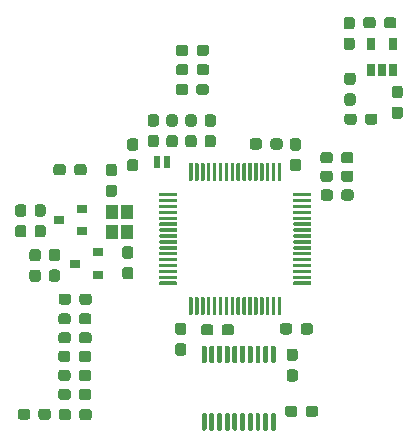
<source format=gtp>
%TF.GenerationSoftware,KiCad,Pcbnew,(5.1.6-0-10_14)*%
%TF.CreationDate,2022-05-06T10:42:22-05:00*%
%TF.ProjectId,small_led_driver,736d616c-6c5f-46c6-9564-5f6472697665,rev?*%
%TF.SameCoordinates,Original*%
%TF.FileFunction,Paste,Top*%
%TF.FilePolarity,Positive*%
%FSLAX46Y46*%
G04 Gerber Fmt 4.6, Leading zero omitted, Abs format (unit mm)*
G04 Created by KiCad (PCBNEW (5.1.6-0-10_14)) date 2022-05-06 10:42:22*
%MOMM*%
%LPD*%
G01*
G04 APERTURE LIST*
%ADD10R,0.900000X0.800000*%
%ADD11R,0.650000X1.060000*%
%ADD12R,0.575000X1.140000*%
%ADD13R,1.000000X1.200000*%
G04 APERTURE END LIST*
%TO.C,C1*%
G36*
G01*
X95292500Y-101075000D02*
X95767500Y-101075000D01*
G75*
G02*
X96005000Y-101312500I0J-237500D01*
G01*
X96005000Y-101887500D01*
G75*
G02*
X95767500Y-102125000I-237500J0D01*
G01*
X95292500Y-102125000D01*
G75*
G02*
X95055000Y-101887500I0J237500D01*
G01*
X95055000Y-101312500D01*
G75*
G02*
X95292500Y-101075000I237500J0D01*
G01*
G37*
G36*
G01*
X95292500Y-99325000D02*
X95767500Y-99325000D01*
G75*
G02*
X96005000Y-99562500I0J-237500D01*
G01*
X96005000Y-100137500D01*
G75*
G02*
X95767500Y-100375000I-237500J0D01*
G01*
X95292500Y-100375000D01*
G75*
G02*
X95055000Y-100137500I0J237500D01*
G01*
X95055000Y-99562500D01*
G75*
G02*
X95292500Y-99325000I237500J0D01*
G01*
G37*
%TD*%
%TO.C,C2*%
G36*
G01*
X94377500Y-95150000D02*
X93902500Y-95150000D01*
G75*
G02*
X93665000Y-94912500I0J237500D01*
G01*
X93665000Y-94337500D01*
G75*
G02*
X93902500Y-94100000I237500J0D01*
G01*
X94377500Y-94100000D01*
G75*
G02*
X94615000Y-94337500I0J-237500D01*
G01*
X94615000Y-94912500D01*
G75*
G02*
X94377500Y-95150000I-237500J0D01*
G01*
G37*
G36*
G01*
X94377500Y-93400000D02*
X93902500Y-93400000D01*
G75*
G02*
X93665000Y-93162500I0J237500D01*
G01*
X93665000Y-92587500D01*
G75*
G02*
X93902500Y-92350000I237500J0D01*
G01*
X94377500Y-92350000D01*
G75*
G02*
X94615000Y-92587500I0J-237500D01*
G01*
X94615000Y-93162500D01*
G75*
G02*
X94377500Y-93400000I-237500J0D01*
G01*
G37*
%TD*%
%TO.C,C3*%
G36*
G01*
X97927500Y-90935000D02*
X97452500Y-90935000D01*
G75*
G02*
X97215000Y-90697500I0J237500D01*
G01*
X97215000Y-90122500D01*
G75*
G02*
X97452500Y-89885000I237500J0D01*
G01*
X97927500Y-89885000D01*
G75*
G02*
X98165000Y-90122500I0J-237500D01*
G01*
X98165000Y-90697500D01*
G75*
G02*
X97927500Y-90935000I-237500J0D01*
G01*
G37*
G36*
G01*
X97927500Y-89185000D02*
X97452500Y-89185000D01*
G75*
G02*
X97215000Y-88947500I0J237500D01*
G01*
X97215000Y-88372500D01*
G75*
G02*
X97452500Y-88135000I237500J0D01*
G01*
X97927500Y-88135000D01*
G75*
G02*
X98165000Y-88372500I0J-237500D01*
G01*
X98165000Y-88947500D01*
G75*
G02*
X97927500Y-89185000I-237500J0D01*
G01*
G37*
%TD*%
%TO.C,C4*%
G36*
G01*
X99517500Y-89195000D02*
X99042500Y-89195000D01*
G75*
G02*
X98805000Y-88957500I0J237500D01*
G01*
X98805000Y-88382500D01*
G75*
G02*
X99042500Y-88145000I237500J0D01*
G01*
X99517500Y-88145000D01*
G75*
G02*
X99755000Y-88382500I0J-237500D01*
G01*
X99755000Y-88957500D01*
G75*
G02*
X99517500Y-89195000I-237500J0D01*
G01*
G37*
G36*
G01*
X99517500Y-90945000D02*
X99042500Y-90945000D01*
G75*
G02*
X98805000Y-90707500I0J237500D01*
G01*
X98805000Y-90132500D01*
G75*
G02*
X99042500Y-89895000I237500J0D01*
G01*
X99517500Y-89895000D01*
G75*
G02*
X99755000Y-90132500I0J-237500D01*
G01*
X99755000Y-90707500D01*
G75*
G02*
X99517500Y-90945000I-237500J0D01*
G01*
G37*
%TD*%
%TO.C,C5*%
G36*
G01*
X109212500Y-107990000D02*
X109687500Y-107990000D01*
G75*
G02*
X109925000Y-108227500I0J-237500D01*
G01*
X109925000Y-108802500D01*
G75*
G02*
X109687500Y-109040000I-237500J0D01*
G01*
X109212500Y-109040000D01*
G75*
G02*
X108975000Y-108802500I0J237500D01*
G01*
X108975000Y-108227500D01*
G75*
G02*
X109212500Y-107990000I237500J0D01*
G01*
G37*
G36*
G01*
X109212500Y-109740000D02*
X109687500Y-109740000D01*
G75*
G02*
X109925000Y-109977500I0J-237500D01*
G01*
X109925000Y-110552500D01*
G75*
G02*
X109687500Y-110790000I-237500J0D01*
G01*
X109212500Y-110790000D01*
G75*
G02*
X108975000Y-110552500I0J237500D01*
G01*
X108975000Y-109977500D01*
G75*
G02*
X109212500Y-109740000I237500J0D01*
G01*
G37*
%TD*%
%TO.C,C6*%
G36*
G01*
X89240000Y-93077500D02*
X89240000Y-92602500D01*
G75*
G02*
X89477500Y-92365000I237500J0D01*
G01*
X90052500Y-92365000D01*
G75*
G02*
X90290000Y-92602500I0J-237500D01*
G01*
X90290000Y-93077500D01*
G75*
G02*
X90052500Y-93315000I-237500J0D01*
G01*
X89477500Y-93315000D01*
G75*
G02*
X89240000Y-93077500I0J237500D01*
G01*
G37*
G36*
G01*
X90990000Y-93077500D02*
X90990000Y-92602500D01*
G75*
G02*
X91227500Y-92365000I237500J0D01*
G01*
X91802500Y-92365000D01*
G75*
G02*
X92040000Y-92602500I0J-237500D01*
G01*
X92040000Y-93077500D01*
G75*
G02*
X91802500Y-93315000I-237500J0D01*
G01*
X91227500Y-93315000D01*
G75*
G02*
X90990000Y-93077500I0J237500D01*
G01*
G37*
%TD*%
%TO.C,C7*%
G36*
G01*
X110595000Y-113537500D02*
X110595000Y-113062500D01*
G75*
G02*
X110832500Y-112825000I237500J0D01*
G01*
X111407500Y-112825000D01*
G75*
G02*
X111645000Y-113062500I0J-237500D01*
G01*
X111645000Y-113537500D01*
G75*
G02*
X111407500Y-113775000I-237500J0D01*
G01*
X110832500Y-113775000D01*
G75*
G02*
X110595000Y-113537500I0J237500D01*
G01*
G37*
G36*
G01*
X108845000Y-113537500D02*
X108845000Y-113062500D01*
G75*
G02*
X109082500Y-112825000I237500J0D01*
G01*
X109657500Y-112825000D01*
G75*
G02*
X109895000Y-113062500I0J-237500D01*
G01*
X109895000Y-113537500D01*
G75*
G02*
X109657500Y-113775000I-237500J0D01*
G01*
X109082500Y-113775000D01*
G75*
G02*
X108845000Y-113537500I0J237500D01*
G01*
G37*
%TD*%
%TO.C,C8*%
G36*
G01*
X101117500Y-90955000D02*
X100642500Y-90955000D01*
G75*
G02*
X100405000Y-90717500I0J237500D01*
G01*
X100405000Y-90142500D01*
G75*
G02*
X100642500Y-89905000I237500J0D01*
G01*
X101117500Y-89905000D01*
G75*
G02*
X101355000Y-90142500I0J-237500D01*
G01*
X101355000Y-90717500D01*
G75*
G02*
X101117500Y-90955000I-237500J0D01*
G01*
G37*
G36*
G01*
X101117500Y-89205000D02*
X100642500Y-89205000D01*
G75*
G02*
X100405000Y-88967500I0J237500D01*
G01*
X100405000Y-88392500D01*
G75*
G02*
X100642500Y-88155000I237500J0D01*
G01*
X101117500Y-88155000D01*
G75*
G02*
X101355000Y-88392500I0J-237500D01*
G01*
X101355000Y-88967500D01*
G75*
G02*
X101117500Y-89205000I-237500J0D01*
G01*
G37*
%TD*%
%TO.C,C9*%
G36*
G01*
X103475000Y-106637500D02*
X103475000Y-106162500D01*
G75*
G02*
X103712500Y-105925000I237500J0D01*
G01*
X104287500Y-105925000D01*
G75*
G02*
X104525000Y-106162500I0J-237500D01*
G01*
X104525000Y-106637500D01*
G75*
G02*
X104287500Y-106875000I-237500J0D01*
G01*
X103712500Y-106875000D01*
G75*
G02*
X103475000Y-106637500I0J237500D01*
G01*
G37*
G36*
G01*
X101725000Y-106637500D02*
X101725000Y-106162500D01*
G75*
G02*
X101962500Y-105925000I237500J0D01*
G01*
X102537500Y-105925000D01*
G75*
G02*
X102775000Y-106162500I0J-237500D01*
G01*
X102775000Y-106637500D01*
G75*
G02*
X102537500Y-106875000I-237500J0D01*
G01*
X101962500Y-106875000D01*
G75*
G02*
X101725000Y-106637500I0J237500D01*
G01*
G37*
%TD*%
%TO.C,C10*%
G36*
G01*
X108405000Y-106557500D02*
X108405000Y-106082500D01*
G75*
G02*
X108642500Y-105845000I237500J0D01*
G01*
X109217500Y-105845000D01*
G75*
G02*
X109455000Y-106082500I0J-237500D01*
G01*
X109455000Y-106557500D01*
G75*
G02*
X109217500Y-106795000I-237500J0D01*
G01*
X108642500Y-106795000D01*
G75*
G02*
X108405000Y-106557500I0J237500D01*
G01*
G37*
G36*
G01*
X110155000Y-106557500D02*
X110155000Y-106082500D01*
G75*
G02*
X110392500Y-105845000I237500J0D01*
G01*
X110967500Y-105845000D01*
G75*
G02*
X111205000Y-106082500I0J-237500D01*
G01*
X111205000Y-106557500D01*
G75*
G02*
X110967500Y-106795000I-237500J0D01*
G01*
X110392500Y-106795000D01*
G75*
G02*
X110155000Y-106557500I0J237500D01*
G01*
G37*
%TD*%
%TO.C,C11*%
G36*
G01*
X99772500Y-107535000D02*
X100247500Y-107535000D01*
G75*
G02*
X100485000Y-107772500I0J-237500D01*
G01*
X100485000Y-108347500D01*
G75*
G02*
X100247500Y-108585000I-237500J0D01*
G01*
X99772500Y-108585000D01*
G75*
G02*
X99535000Y-108347500I0J237500D01*
G01*
X99535000Y-107772500D01*
G75*
G02*
X99772500Y-107535000I237500J0D01*
G01*
G37*
G36*
G01*
X99772500Y-105785000D02*
X100247500Y-105785000D01*
G75*
G02*
X100485000Y-106022500I0J-237500D01*
G01*
X100485000Y-106597500D01*
G75*
G02*
X100247500Y-106835000I-237500J0D01*
G01*
X99772500Y-106835000D01*
G75*
G02*
X99535000Y-106597500I0J237500D01*
G01*
X99535000Y-106022500D01*
G75*
G02*
X99772500Y-105785000I237500J0D01*
G01*
G37*
%TD*%
%TO.C,C12*%
G36*
G01*
X102747500Y-90960000D02*
X102272500Y-90960000D01*
G75*
G02*
X102035000Y-90722500I0J237500D01*
G01*
X102035000Y-90147500D01*
G75*
G02*
X102272500Y-89910000I237500J0D01*
G01*
X102747500Y-89910000D01*
G75*
G02*
X102985000Y-90147500I0J-237500D01*
G01*
X102985000Y-90722500D01*
G75*
G02*
X102747500Y-90960000I-237500J0D01*
G01*
G37*
G36*
G01*
X102747500Y-89210000D02*
X102272500Y-89210000D01*
G75*
G02*
X102035000Y-88972500I0J237500D01*
G01*
X102035000Y-88397500D01*
G75*
G02*
X102272500Y-88160000I237500J0D01*
G01*
X102747500Y-88160000D01*
G75*
G02*
X102985000Y-88397500I0J-237500D01*
G01*
X102985000Y-88972500D01*
G75*
G02*
X102747500Y-89210000I-237500J0D01*
G01*
G37*
%TD*%
%TO.C,C13*%
G36*
G01*
X117220000Y-80637500D02*
X117220000Y-80162500D01*
G75*
G02*
X117457500Y-79925000I237500J0D01*
G01*
X118032500Y-79925000D01*
G75*
G02*
X118270000Y-80162500I0J-237500D01*
G01*
X118270000Y-80637500D01*
G75*
G02*
X118032500Y-80875000I-237500J0D01*
G01*
X117457500Y-80875000D01*
G75*
G02*
X117220000Y-80637500I0J237500D01*
G01*
G37*
G36*
G01*
X115470000Y-80637500D02*
X115470000Y-80162500D01*
G75*
G02*
X115707500Y-79925000I237500J0D01*
G01*
X116282500Y-79925000D01*
G75*
G02*
X116520000Y-80162500I0J-237500D01*
G01*
X116520000Y-80637500D01*
G75*
G02*
X116282500Y-80875000I-237500J0D01*
G01*
X115707500Y-80875000D01*
G75*
G02*
X115470000Y-80637500I0J237500D01*
G01*
G37*
%TD*%
%TO.C,C14*%
G36*
G01*
X118112500Y-87495000D02*
X118587500Y-87495000D01*
G75*
G02*
X118825000Y-87732500I0J-237500D01*
G01*
X118825000Y-88307500D01*
G75*
G02*
X118587500Y-88545000I-237500J0D01*
G01*
X118112500Y-88545000D01*
G75*
G02*
X117875000Y-88307500I0J237500D01*
G01*
X117875000Y-87732500D01*
G75*
G02*
X118112500Y-87495000I237500J0D01*
G01*
G37*
G36*
G01*
X118112500Y-85745000D02*
X118587500Y-85745000D01*
G75*
G02*
X118825000Y-85982500I0J-237500D01*
G01*
X118825000Y-86557500D01*
G75*
G02*
X118587500Y-86795000I-237500J0D01*
G01*
X118112500Y-86795000D01*
G75*
G02*
X117875000Y-86557500I0J237500D01*
G01*
X117875000Y-85982500D01*
G75*
G02*
X118112500Y-85745000I237500J0D01*
G01*
G37*
%TD*%
%TO.C,C15*%
G36*
G01*
X114640000Y-93162500D02*
X114640000Y-93637500D01*
G75*
G02*
X114402500Y-93875000I-237500J0D01*
G01*
X113827500Y-93875000D01*
G75*
G02*
X113590000Y-93637500I0J237500D01*
G01*
X113590000Y-93162500D01*
G75*
G02*
X113827500Y-92925000I237500J0D01*
G01*
X114402500Y-92925000D01*
G75*
G02*
X114640000Y-93162500I0J-237500D01*
G01*
G37*
G36*
G01*
X112890000Y-93162500D02*
X112890000Y-93637500D01*
G75*
G02*
X112652500Y-93875000I-237500J0D01*
G01*
X112077500Y-93875000D01*
G75*
G02*
X111840000Y-93637500I0J237500D01*
G01*
X111840000Y-93162500D01*
G75*
G02*
X112077500Y-92925000I237500J0D01*
G01*
X112652500Y-92925000D01*
G75*
G02*
X112890000Y-93162500I0J-237500D01*
G01*
G37*
%TD*%
%TO.C,C16*%
G36*
G01*
X112890000Y-91592500D02*
X112890000Y-92067500D01*
G75*
G02*
X112652500Y-92305000I-237500J0D01*
G01*
X112077500Y-92305000D01*
G75*
G02*
X111840000Y-92067500I0J237500D01*
G01*
X111840000Y-91592500D01*
G75*
G02*
X112077500Y-91355000I237500J0D01*
G01*
X112652500Y-91355000D01*
G75*
G02*
X112890000Y-91592500I0J-237500D01*
G01*
G37*
G36*
G01*
X114640000Y-91592500D02*
X114640000Y-92067500D01*
G75*
G02*
X114402500Y-92305000I-237500J0D01*
G01*
X113827500Y-92305000D01*
G75*
G02*
X113590000Y-92067500I0J237500D01*
G01*
X113590000Y-91592500D01*
G75*
G02*
X113827500Y-91355000I237500J0D01*
G01*
X114402500Y-91355000D01*
G75*
G02*
X114640000Y-91592500I0J-237500D01*
G01*
G37*
%TD*%
%TO.C,C17*%
G36*
G01*
X114102500Y-84630000D02*
X114577500Y-84630000D01*
G75*
G02*
X114815000Y-84867500I0J-237500D01*
G01*
X114815000Y-85442500D01*
G75*
G02*
X114577500Y-85680000I-237500J0D01*
G01*
X114102500Y-85680000D01*
G75*
G02*
X113865000Y-85442500I0J237500D01*
G01*
X113865000Y-84867500D01*
G75*
G02*
X114102500Y-84630000I237500J0D01*
G01*
G37*
G36*
G01*
X114102500Y-86380000D02*
X114577500Y-86380000D01*
G75*
G02*
X114815000Y-86617500I0J-237500D01*
G01*
X114815000Y-87192500D01*
G75*
G02*
X114577500Y-87430000I-237500J0D01*
G01*
X114102500Y-87430000D01*
G75*
G02*
X113865000Y-87192500I0J237500D01*
G01*
X113865000Y-86617500D01*
G75*
G02*
X114102500Y-86380000I237500J0D01*
G01*
G37*
%TD*%
D10*
%TO.C,Q1*%
X89690000Y-97100000D03*
X91690000Y-96150000D03*
X91690000Y-98050000D03*
%TD*%
%TO.C,Q2*%
X93030000Y-101750000D03*
X93030000Y-99850000D03*
X91030000Y-100800000D03*
%TD*%
%TO.C,R1*%
G36*
G01*
X107600000Y-90897500D02*
X107600000Y-90422500D01*
G75*
G02*
X107837500Y-90185000I237500J0D01*
G01*
X108412500Y-90185000D01*
G75*
G02*
X108650000Y-90422500I0J-237500D01*
G01*
X108650000Y-90897500D01*
G75*
G02*
X108412500Y-91135000I-237500J0D01*
G01*
X107837500Y-91135000D01*
G75*
G02*
X107600000Y-90897500I0J237500D01*
G01*
G37*
G36*
G01*
X105850000Y-90897500D02*
X105850000Y-90422500D01*
G75*
G02*
X106087500Y-90185000I237500J0D01*
G01*
X106662500Y-90185000D01*
G75*
G02*
X106900000Y-90422500I0J-237500D01*
G01*
X106900000Y-90897500D01*
G75*
G02*
X106662500Y-91135000I-237500J0D01*
G01*
X106087500Y-91135000D01*
G75*
G02*
X105850000Y-90897500I0J237500D01*
G01*
G37*
%TD*%
%TO.C,R2*%
G36*
G01*
X109492500Y-90175000D02*
X109967500Y-90175000D01*
G75*
G02*
X110205000Y-90412500I0J-237500D01*
G01*
X110205000Y-90987500D01*
G75*
G02*
X109967500Y-91225000I-237500J0D01*
G01*
X109492500Y-91225000D01*
G75*
G02*
X109255000Y-90987500I0J237500D01*
G01*
X109255000Y-90412500D01*
G75*
G02*
X109492500Y-90175000I237500J0D01*
G01*
G37*
G36*
G01*
X109492500Y-91925000D02*
X109967500Y-91925000D01*
G75*
G02*
X110205000Y-92162500I0J-237500D01*
G01*
X110205000Y-92737500D01*
G75*
G02*
X109967500Y-92975000I-237500J0D01*
G01*
X109492500Y-92975000D01*
G75*
G02*
X109255000Y-92737500I0J237500D01*
G01*
X109255000Y-92162500D01*
G75*
G02*
X109492500Y-91925000I237500J0D01*
G01*
G37*
%TD*%
%TO.C,R3*%
G36*
G01*
X95702500Y-90190000D02*
X96177500Y-90190000D01*
G75*
G02*
X96415000Y-90427500I0J-237500D01*
G01*
X96415000Y-91002500D01*
G75*
G02*
X96177500Y-91240000I-237500J0D01*
G01*
X95702500Y-91240000D01*
G75*
G02*
X95465000Y-91002500I0J237500D01*
G01*
X95465000Y-90427500D01*
G75*
G02*
X95702500Y-90190000I237500J0D01*
G01*
G37*
G36*
G01*
X95702500Y-91940000D02*
X96177500Y-91940000D01*
G75*
G02*
X96415000Y-92177500I0J-237500D01*
G01*
X96415000Y-92752500D01*
G75*
G02*
X96177500Y-92990000I-237500J0D01*
G01*
X95702500Y-92990000D01*
G75*
G02*
X95465000Y-92752500I0J237500D01*
G01*
X95465000Y-92177500D01*
G75*
G02*
X95702500Y-91940000I237500J0D01*
G01*
G37*
%TD*%
%TO.C,R4*%
G36*
G01*
X112905000Y-94752500D02*
X112905000Y-95227500D01*
G75*
G02*
X112667500Y-95465000I-237500J0D01*
G01*
X112092500Y-95465000D01*
G75*
G02*
X111855000Y-95227500I0J237500D01*
G01*
X111855000Y-94752500D01*
G75*
G02*
X112092500Y-94515000I237500J0D01*
G01*
X112667500Y-94515000D01*
G75*
G02*
X112905000Y-94752500I0J-237500D01*
G01*
G37*
G36*
G01*
X114655000Y-94752500D02*
X114655000Y-95227500D01*
G75*
G02*
X114417500Y-95465000I-237500J0D01*
G01*
X113842500Y-95465000D01*
G75*
G02*
X113605000Y-95227500I0J237500D01*
G01*
X113605000Y-94752500D01*
G75*
G02*
X113842500Y-94515000I237500J0D01*
G01*
X114417500Y-94515000D01*
G75*
G02*
X114655000Y-94752500I0J-237500D01*
G01*
G37*
%TD*%
%TO.C,R5*%
G36*
G01*
X101340000Y-86287500D02*
X101340000Y-85812500D01*
G75*
G02*
X101577500Y-85575000I237500J0D01*
G01*
X102152500Y-85575000D01*
G75*
G02*
X102390000Y-85812500I0J-237500D01*
G01*
X102390000Y-86287500D01*
G75*
G02*
X102152500Y-86525000I-237500J0D01*
G01*
X101577500Y-86525000D01*
G75*
G02*
X101340000Y-86287500I0J237500D01*
G01*
G37*
G36*
G01*
X99590000Y-86287500D02*
X99590000Y-85812500D01*
G75*
G02*
X99827500Y-85575000I237500J0D01*
G01*
X100402500Y-85575000D01*
G75*
G02*
X100640000Y-85812500I0J-237500D01*
G01*
X100640000Y-86287500D01*
G75*
G02*
X100402500Y-86525000I-237500J0D01*
G01*
X99827500Y-86525000D01*
G75*
G02*
X99590000Y-86287500I0J237500D01*
G01*
G37*
%TD*%
%TO.C,R6*%
G36*
G01*
X91430000Y-104047500D02*
X91430000Y-103572500D01*
G75*
G02*
X91667500Y-103335000I237500J0D01*
G01*
X92242500Y-103335000D01*
G75*
G02*
X92480000Y-103572500I0J-237500D01*
G01*
X92480000Y-104047500D01*
G75*
G02*
X92242500Y-104285000I-237500J0D01*
G01*
X91667500Y-104285000D01*
G75*
G02*
X91430000Y-104047500I0J237500D01*
G01*
G37*
G36*
G01*
X89680000Y-104047500D02*
X89680000Y-103572500D01*
G75*
G02*
X89917500Y-103335000I237500J0D01*
G01*
X90492500Y-103335000D01*
G75*
G02*
X90730000Y-103572500I0J-237500D01*
G01*
X90730000Y-104047500D01*
G75*
G02*
X90492500Y-104285000I-237500J0D01*
G01*
X89917500Y-104285000D01*
G75*
G02*
X89680000Y-104047500I0J237500D01*
G01*
G37*
%TD*%
%TO.C,R7*%
G36*
G01*
X92450000Y-105232500D02*
X92450000Y-105707500D01*
G75*
G02*
X92212500Y-105945000I-237500J0D01*
G01*
X91637500Y-105945000D01*
G75*
G02*
X91400000Y-105707500I0J237500D01*
G01*
X91400000Y-105232500D01*
G75*
G02*
X91637500Y-104995000I237500J0D01*
G01*
X92212500Y-104995000D01*
G75*
G02*
X92450000Y-105232500I0J-237500D01*
G01*
G37*
G36*
G01*
X90700000Y-105232500D02*
X90700000Y-105707500D01*
G75*
G02*
X90462500Y-105945000I-237500J0D01*
G01*
X89887500Y-105945000D01*
G75*
G02*
X89650000Y-105707500I0J237500D01*
G01*
X89650000Y-105232500D01*
G75*
G02*
X89887500Y-104995000I237500J0D01*
G01*
X90462500Y-104995000D01*
G75*
G02*
X90700000Y-105232500I0J-237500D01*
G01*
G37*
%TD*%
%TO.C,R10*%
G36*
G01*
X114915000Y-88322500D02*
X114915000Y-88797500D01*
G75*
G02*
X114677500Y-89035000I-237500J0D01*
G01*
X114102500Y-89035000D01*
G75*
G02*
X113865000Y-88797500I0J237500D01*
G01*
X113865000Y-88322500D01*
G75*
G02*
X114102500Y-88085000I237500J0D01*
G01*
X114677500Y-88085000D01*
G75*
G02*
X114915000Y-88322500I0J-237500D01*
G01*
G37*
G36*
G01*
X116665000Y-88322500D02*
X116665000Y-88797500D01*
G75*
G02*
X116427500Y-89035000I-237500J0D01*
G01*
X115852500Y-89035000D01*
G75*
G02*
X115615000Y-88797500I0J237500D01*
G01*
X115615000Y-88322500D01*
G75*
G02*
X115852500Y-88085000I237500J0D01*
G01*
X116427500Y-88085000D01*
G75*
G02*
X116665000Y-88322500I0J-237500D01*
G01*
G37*
%TD*%
%TO.C,R11*%
G36*
G01*
X91410000Y-107317500D02*
X91410000Y-106842500D01*
G75*
G02*
X91647500Y-106605000I237500J0D01*
G01*
X92222500Y-106605000D01*
G75*
G02*
X92460000Y-106842500I0J-237500D01*
G01*
X92460000Y-107317500D01*
G75*
G02*
X92222500Y-107555000I-237500J0D01*
G01*
X91647500Y-107555000D01*
G75*
G02*
X91410000Y-107317500I0J237500D01*
G01*
G37*
G36*
G01*
X89660000Y-107317500D02*
X89660000Y-106842500D01*
G75*
G02*
X89897500Y-106605000I237500J0D01*
G01*
X90472500Y-106605000D01*
G75*
G02*
X90710000Y-106842500I0J-237500D01*
G01*
X90710000Y-107317500D01*
G75*
G02*
X90472500Y-107555000I-237500J0D01*
G01*
X89897500Y-107555000D01*
G75*
G02*
X89660000Y-107317500I0J237500D01*
G01*
G37*
%TD*%
%TO.C,R12*%
G36*
G01*
X92430000Y-108412500D02*
X92430000Y-108887500D01*
G75*
G02*
X92192500Y-109125000I-237500J0D01*
G01*
X91617500Y-109125000D01*
G75*
G02*
X91380000Y-108887500I0J237500D01*
G01*
X91380000Y-108412500D01*
G75*
G02*
X91617500Y-108175000I237500J0D01*
G01*
X92192500Y-108175000D01*
G75*
G02*
X92430000Y-108412500I0J-237500D01*
G01*
G37*
G36*
G01*
X90680000Y-108412500D02*
X90680000Y-108887500D01*
G75*
G02*
X90442500Y-109125000I-237500J0D01*
G01*
X89867500Y-109125000D01*
G75*
G02*
X89630000Y-108887500I0J237500D01*
G01*
X89630000Y-108412500D01*
G75*
G02*
X89867500Y-108175000I237500J0D01*
G01*
X90442500Y-108175000D01*
G75*
G02*
X90680000Y-108412500I0J-237500D01*
G01*
G37*
%TD*%
%TO.C,R13*%
G36*
G01*
X99605000Y-82977500D02*
X99605000Y-82502500D01*
G75*
G02*
X99842500Y-82265000I237500J0D01*
G01*
X100417500Y-82265000D01*
G75*
G02*
X100655000Y-82502500I0J-237500D01*
G01*
X100655000Y-82977500D01*
G75*
G02*
X100417500Y-83215000I-237500J0D01*
G01*
X99842500Y-83215000D01*
G75*
G02*
X99605000Y-82977500I0J237500D01*
G01*
G37*
G36*
G01*
X101355000Y-82977500D02*
X101355000Y-82502500D01*
G75*
G02*
X101592500Y-82265000I237500J0D01*
G01*
X102167500Y-82265000D01*
G75*
G02*
X102405000Y-82502500I0J-237500D01*
G01*
X102405000Y-82977500D01*
G75*
G02*
X102167500Y-83215000I-237500J0D01*
G01*
X101592500Y-83215000D01*
G75*
G02*
X101355000Y-82977500I0J237500D01*
G01*
G37*
%TD*%
%TO.C,R14*%
G36*
G01*
X89640000Y-112107500D02*
X89640000Y-111632500D01*
G75*
G02*
X89877500Y-111395000I237500J0D01*
G01*
X90452500Y-111395000D01*
G75*
G02*
X90690000Y-111632500I0J-237500D01*
G01*
X90690000Y-112107500D01*
G75*
G02*
X90452500Y-112345000I-237500J0D01*
G01*
X89877500Y-112345000D01*
G75*
G02*
X89640000Y-112107500I0J237500D01*
G01*
G37*
G36*
G01*
X91390000Y-112107500D02*
X91390000Y-111632500D01*
G75*
G02*
X91627500Y-111395000I237500J0D01*
G01*
X92202500Y-111395000D01*
G75*
G02*
X92440000Y-111632500I0J-237500D01*
G01*
X92440000Y-112107500D01*
G75*
G02*
X92202500Y-112345000I-237500J0D01*
G01*
X91627500Y-112345000D01*
G75*
G02*
X91390000Y-112107500I0J237500D01*
G01*
G37*
%TD*%
%TO.C,R15*%
G36*
G01*
X90685000Y-110022500D02*
X90685000Y-110497500D01*
G75*
G02*
X90447500Y-110735000I-237500J0D01*
G01*
X89872500Y-110735000D01*
G75*
G02*
X89635000Y-110497500I0J237500D01*
G01*
X89635000Y-110022500D01*
G75*
G02*
X89872500Y-109785000I237500J0D01*
G01*
X90447500Y-109785000D01*
G75*
G02*
X90685000Y-110022500I0J-237500D01*
G01*
G37*
G36*
G01*
X92435000Y-110022500D02*
X92435000Y-110497500D01*
G75*
G02*
X92197500Y-110735000I-237500J0D01*
G01*
X91622500Y-110735000D01*
G75*
G02*
X91385000Y-110497500I0J237500D01*
G01*
X91385000Y-110022500D01*
G75*
G02*
X91622500Y-109785000I237500J0D01*
G01*
X92197500Y-109785000D01*
G75*
G02*
X92435000Y-110022500I0J-237500D01*
G01*
G37*
%TD*%
%TO.C,R16*%
G36*
G01*
X91425000Y-113817500D02*
X91425000Y-113342500D01*
G75*
G02*
X91662500Y-113105000I237500J0D01*
G01*
X92237500Y-113105000D01*
G75*
G02*
X92475000Y-113342500I0J-237500D01*
G01*
X92475000Y-113817500D01*
G75*
G02*
X92237500Y-114055000I-237500J0D01*
G01*
X91662500Y-114055000D01*
G75*
G02*
X91425000Y-113817500I0J237500D01*
G01*
G37*
G36*
G01*
X89675000Y-113817500D02*
X89675000Y-113342500D01*
G75*
G02*
X89912500Y-113105000I237500J0D01*
G01*
X90487500Y-113105000D01*
G75*
G02*
X90725000Y-113342500I0J-237500D01*
G01*
X90725000Y-113817500D01*
G75*
G02*
X90487500Y-114055000I-237500J0D01*
G01*
X89912500Y-114055000D01*
G75*
G02*
X89675000Y-113817500I0J237500D01*
G01*
G37*
%TD*%
%TO.C,R17*%
G36*
G01*
X89010000Y-113312500D02*
X89010000Y-113787500D01*
G75*
G02*
X88772500Y-114025000I-237500J0D01*
G01*
X88197500Y-114025000D01*
G75*
G02*
X87960000Y-113787500I0J237500D01*
G01*
X87960000Y-113312500D01*
G75*
G02*
X88197500Y-113075000I237500J0D01*
G01*
X88772500Y-113075000D01*
G75*
G02*
X89010000Y-113312500I0J-237500D01*
G01*
G37*
G36*
G01*
X87260000Y-113312500D02*
X87260000Y-113787500D01*
G75*
G02*
X87022500Y-114025000I-237500J0D01*
G01*
X86447500Y-114025000D01*
G75*
G02*
X86210000Y-113787500I0J237500D01*
G01*
X86210000Y-113312500D01*
G75*
G02*
X86447500Y-113075000I237500J0D01*
G01*
X87022500Y-113075000D01*
G75*
G02*
X87260000Y-113312500I0J-237500D01*
G01*
G37*
%TD*%
%TO.C,R18*%
G36*
G01*
X86707500Y-96830000D02*
X86232500Y-96830000D01*
G75*
G02*
X85995000Y-96592500I0J237500D01*
G01*
X85995000Y-96017500D01*
G75*
G02*
X86232500Y-95780000I237500J0D01*
G01*
X86707500Y-95780000D01*
G75*
G02*
X86945000Y-96017500I0J-237500D01*
G01*
X86945000Y-96592500D01*
G75*
G02*
X86707500Y-96830000I-237500J0D01*
G01*
G37*
G36*
G01*
X86707500Y-98580000D02*
X86232500Y-98580000D01*
G75*
G02*
X85995000Y-98342500I0J237500D01*
G01*
X85995000Y-97767500D01*
G75*
G02*
X86232500Y-97530000I237500J0D01*
G01*
X86707500Y-97530000D01*
G75*
G02*
X86945000Y-97767500I0J-237500D01*
G01*
X86945000Y-98342500D01*
G75*
G02*
X86707500Y-98580000I-237500J0D01*
G01*
G37*
%TD*%
%TO.C,R19*%
G36*
G01*
X87872500Y-95770000D02*
X88347500Y-95770000D01*
G75*
G02*
X88585000Y-96007500I0J-237500D01*
G01*
X88585000Y-96582500D01*
G75*
G02*
X88347500Y-96820000I-237500J0D01*
G01*
X87872500Y-96820000D01*
G75*
G02*
X87635000Y-96582500I0J237500D01*
G01*
X87635000Y-96007500D01*
G75*
G02*
X87872500Y-95770000I237500J0D01*
G01*
G37*
G36*
G01*
X87872500Y-97520000D02*
X88347500Y-97520000D01*
G75*
G02*
X88585000Y-97757500I0J-237500D01*
G01*
X88585000Y-98332500D01*
G75*
G02*
X88347500Y-98570000I-237500J0D01*
G01*
X87872500Y-98570000D01*
G75*
G02*
X87635000Y-98332500I0J237500D01*
G01*
X87635000Y-97757500D01*
G75*
G02*
X87872500Y-97520000I237500J0D01*
G01*
G37*
%TD*%
%TO.C,R20*%
G36*
G01*
X87917500Y-100600000D02*
X87442500Y-100600000D01*
G75*
G02*
X87205000Y-100362500I0J237500D01*
G01*
X87205000Y-99787500D01*
G75*
G02*
X87442500Y-99550000I237500J0D01*
G01*
X87917500Y-99550000D01*
G75*
G02*
X88155000Y-99787500I0J-237500D01*
G01*
X88155000Y-100362500D01*
G75*
G02*
X87917500Y-100600000I-237500J0D01*
G01*
G37*
G36*
G01*
X87917500Y-102350000D02*
X87442500Y-102350000D01*
G75*
G02*
X87205000Y-102112500I0J237500D01*
G01*
X87205000Y-101537500D01*
G75*
G02*
X87442500Y-101300000I237500J0D01*
G01*
X87917500Y-101300000D01*
G75*
G02*
X88155000Y-101537500I0J-237500D01*
G01*
X88155000Y-102112500D01*
G75*
G02*
X87917500Y-102350000I-237500J0D01*
G01*
G37*
%TD*%
%TO.C,R21*%
G36*
G01*
X89082500Y-99540000D02*
X89557500Y-99540000D01*
G75*
G02*
X89795000Y-99777500I0J-237500D01*
G01*
X89795000Y-100352500D01*
G75*
G02*
X89557500Y-100590000I-237500J0D01*
G01*
X89082500Y-100590000D01*
G75*
G02*
X88845000Y-100352500I0J237500D01*
G01*
X88845000Y-99777500D01*
G75*
G02*
X89082500Y-99540000I237500J0D01*
G01*
G37*
G36*
G01*
X89082500Y-101290000D02*
X89557500Y-101290000D01*
G75*
G02*
X89795000Y-101527500I0J-237500D01*
G01*
X89795000Y-102102500D01*
G75*
G02*
X89557500Y-102340000I-237500J0D01*
G01*
X89082500Y-102340000D01*
G75*
G02*
X88845000Y-102102500I0J237500D01*
G01*
X88845000Y-101527500D01*
G75*
G02*
X89082500Y-101290000I237500J0D01*
G01*
G37*
%TD*%
%TO.C,U1*%
G36*
G01*
X107747352Y-107734631D02*
X107947352Y-107734631D01*
G75*
G02*
X108047352Y-107834631I0J-100000D01*
G01*
X108047352Y-109109631D01*
G75*
G02*
X107947352Y-109209631I-100000J0D01*
G01*
X107747352Y-109209631D01*
G75*
G02*
X107647352Y-109109631I0J100000D01*
G01*
X107647352Y-107834631D01*
G75*
G02*
X107747352Y-107734631I100000J0D01*
G01*
G37*
G36*
G01*
X107097352Y-107734631D02*
X107297352Y-107734631D01*
G75*
G02*
X107397352Y-107834631I0J-100000D01*
G01*
X107397352Y-109109631D01*
G75*
G02*
X107297352Y-109209631I-100000J0D01*
G01*
X107097352Y-109209631D01*
G75*
G02*
X106997352Y-109109631I0J100000D01*
G01*
X106997352Y-107834631D01*
G75*
G02*
X107097352Y-107734631I100000J0D01*
G01*
G37*
G36*
G01*
X106447352Y-107734631D02*
X106647352Y-107734631D01*
G75*
G02*
X106747352Y-107834631I0J-100000D01*
G01*
X106747352Y-109109631D01*
G75*
G02*
X106647352Y-109209631I-100000J0D01*
G01*
X106447352Y-109209631D01*
G75*
G02*
X106347352Y-109109631I0J100000D01*
G01*
X106347352Y-107834631D01*
G75*
G02*
X106447352Y-107734631I100000J0D01*
G01*
G37*
G36*
G01*
X105797352Y-107734631D02*
X105997352Y-107734631D01*
G75*
G02*
X106097352Y-107834631I0J-100000D01*
G01*
X106097352Y-109109631D01*
G75*
G02*
X105997352Y-109209631I-100000J0D01*
G01*
X105797352Y-109209631D01*
G75*
G02*
X105697352Y-109109631I0J100000D01*
G01*
X105697352Y-107834631D01*
G75*
G02*
X105797352Y-107734631I100000J0D01*
G01*
G37*
G36*
G01*
X105147352Y-107734631D02*
X105347352Y-107734631D01*
G75*
G02*
X105447352Y-107834631I0J-100000D01*
G01*
X105447352Y-109109631D01*
G75*
G02*
X105347352Y-109209631I-100000J0D01*
G01*
X105147352Y-109209631D01*
G75*
G02*
X105047352Y-109109631I0J100000D01*
G01*
X105047352Y-107834631D01*
G75*
G02*
X105147352Y-107734631I100000J0D01*
G01*
G37*
G36*
G01*
X104497352Y-107734631D02*
X104697352Y-107734631D01*
G75*
G02*
X104797352Y-107834631I0J-100000D01*
G01*
X104797352Y-109109631D01*
G75*
G02*
X104697352Y-109209631I-100000J0D01*
G01*
X104497352Y-109209631D01*
G75*
G02*
X104397352Y-109109631I0J100000D01*
G01*
X104397352Y-107834631D01*
G75*
G02*
X104497352Y-107734631I100000J0D01*
G01*
G37*
G36*
G01*
X103847352Y-107734631D02*
X104047352Y-107734631D01*
G75*
G02*
X104147352Y-107834631I0J-100000D01*
G01*
X104147352Y-109109631D01*
G75*
G02*
X104047352Y-109209631I-100000J0D01*
G01*
X103847352Y-109209631D01*
G75*
G02*
X103747352Y-109109631I0J100000D01*
G01*
X103747352Y-107834631D01*
G75*
G02*
X103847352Y-107734631I100000J0D01*
G01*
G37*
G36*
G01*
X103197352Y-107734631D02*
X103397352Y-107734631D01*
G75*
G02*
X103497352Y-107834631I0J-100000D01*
G01*
X103497352Y-109109631D01*
G75*
G02*
X103397352Y-109209631I-100000J0D01*
G01*
X103197352Y-109209631D01*
G75*
G02*
X103097352Y-109109631I0J100000D01*
G01*
X103097352Y-107834631D01*
G75*
G02*
X103197352Y-107734631I100000J0D01*
G01*
G37*
G36*
G01*
X102547352Y-107734631D02*
X102747352Y-107734631D01*
G75*
G02*
X102847352Y-107834631I0J-100000D01*
G01*
X102847352Y-109109631D01*
G75*
G02*
X102747352Y-109209631I-100000J0D01*
G01*
X102547352Y-109209631D01*
G75*
G02*
X102447352Y-109109631I0J100000D01*
G01*
X102447352Y-107834631D01*
G75*
G02*
X102547352Y-107734631I100000J0D01*
G01*
G37*
G36*
G01*
X101897352Y-107734631D02*
X102097352Y-107734631D01*
G75*
G02*
X102197352Y-107834631I0J-100000D01*
G01*
X102197352Y-109109631D01*
G75*
G02*
X102097352Y-109209631I-100000J0D01*
G01*
X101897352Y-109209631D01*
G75*
G02*
X101797352Y-109109631I0J100000D01*
G01*
X101797352Y-107834631D01*
G75*
G02*
X101897352Y-107734631I100000J0D01*
G01*
G37*
G36*
G01*
X101897352Y-113459631D02*
X102097352Y-113459631D01*
G75*
G02*
X102197352Y-113559631I0J-100000D01*
G01*
X102197352Y-114834631D01*
G75*
G02*
X102097352Y-114934631I-100000J0D01*
G01*
X101897352Y-114934631D01*
G75*
G02*
X101797352Y-114834631I0J100000D01*
G01*
X101797352Y-113559631D01*
G75*
G02*
X101897352Y-113459631I100000J0D01*
G01*
G37*
G36*
G01*
X102547352Y-113459631D02*
X102747352Y-113459631D01*
G75*
G02*
X102847352Y-113559631I0J-100000D01*
G01*
X102847352Y-114834631D01*
G75*
G02*
X102747352Y-114934631I-100000J0D01*
G01*
X102547352Y-114934631D01*
G75*
G02*
X102447352Y-114834631I0J100000D01*
G01*
X102447352Y-113559631D01*
G75*
G02*
X102547352Y-113459631I100000J0D01*
G01*
G37*
G36*
G01*
X103197352Y-113459631D02*
X103397352Y-113459631D01*
G75*
G02*
X103497352Y-113559631I0J-100000D01*
G01*
X103497352Y-114834631D01*
G75*
G02*
X103397352Y-114934631I-100000J0D01*
G01*
X103197352Y-114934631D01*
G75*
G02*
X103097352Y-114834631I0J100000D01*
G01*
X103097352Y-113559631D01*
G75*
G02*
X103197352Y-113459631I100000J0D01*
G01*
G37*
G36*
G01*
X103847352Y-113459631D02*
X104047352Y-113459631D01*
G75*
G02*
X104147352Y-113559631I0J-100000D01*
G01*
X104147352Y-114834631D01*
G75*
G02*
X104047352Y-114934631I-100000J0D01*
G01*
X103847352Y-114934631D01*
G75*
G02*
X103747352Y-114834631I0J100000D01*
G01*
X103747352Y-113559631D01*
G75*
G02*
X103847352Y-113459631I100000J0D01*
G01*
G37*
G36*
G01*
X104497352Y-113459631D02*
X104697352Y-113459631D01*
G75*
G02*
X104797352Y-113559631I0J-100000D01*
G01*
X104797352Y-114834631D01*
G75*
G02*
X104697352Y-114934631I-100000J0D01*
G01*
X104497352Y-114934631D01*
G75*
G02*
X104397352Y-114834631I0J100000D01*
G01*
X104397352Y-113559631D01*
G75*
G02*
X104497352Y-113459631I100000J0D01*
G01*
G37*
G36*
G01*
X105147352Y-113459631D02*
X105347352Y-113459631D01*
G75*
G02*
X105447352Y-113559631I0J-100000D01*
G01*
X105447352Y-114834631D01*
G75*
G02*
X105347352Y-114934631I-100000J0D01*
G01*
X105147352Y-114934631D01*
G75*
G02*
X105047352Y-114834631I0J100000D01*
G01*
X105047352Y-113559631D01*
G75*
G02*
X105147352Y-113459631I100000J0D01*
G01*
G37*
G36*
G01*
X105797352Y-113459631D02*
X105997352Y-113459631D01*
G75*
G02*
X106097352Y-113559631I0J-100000D01*
G01*
X106097352Y-114834631D01*
G75*
G02*
X105997352Y-114934631I-100000J0D01*
G01*
X105797352Y-114934631D01*
G75*
G02*
X105697352Y-114834631I0J100000D01*
G01*
X105697352Y-113559631D01*
G75*
G02*
X105797352Y-113459631I100000J0D01*
G01*
G37*
G36*
G01*
X106447352Y-113459631D02*
X106647352Y-113459631D01*
G75*
G02*
X106747352Y-113559631I0J-100000D01*
G01*
X106747352Y-114834631D01*
G75*
G02*
X106647352Y-114934631I-100000J0D01*
G01*
X106447352Y-114934631D01*
G75*
G02*
X106347352Y-114834631I0J100000D01*
G01*
X106347352Y-113559631D01*
G75*
G02*
X106447352Y-113459631I100000J0D01*
G01*
G37*
G36*
G01*
X107097352Y-113459631D02*
X107297352Y-113459631D01*
G75*
G02*
X107397352Y-113559631I0J-100000D01*
G01*
X107397352Y-114834631D01*
G75*
G02*
X107297352Y-114934631I-100000J0D01*
G01*
X107097352Y-114934631D01*
G75*
G02*
X106997352Y-114834631I0J100000D01*
G01*
X106997352Y-113559631D01*
G75*
G02*
X107097352Y-113459631I100000J0D01*
G01*
G37*
G36*
G01*
X107747352Y-113459631D02*
X107947352Y-113459631D01*
G75*
G02*
X108047352Y-113559631I0J-100000D01*
G01*
X108047352Y-114834631D01*
G75*
G02*
X107947352Y-114934631I-100000J0D01*
G01*
X107747352Y-114934631D01*
G75*
G02*
X107647352Y-114834631I0J100000D01*
G01*
X107647352Y-113559631D01*
G75*
G02*
X107747352Y-113459631I100000J0D01*
G01*
G37*
%TD*%
%TO.C,U2*%
G36*
G01*
X98180000Y-95030000D02*
X98180000Y-94880000D01*
G75*
G02*
X98255000Y-94805000I75000J0D01*
G01*
X99655000Y-94805000D01*
G75*
G02*
X99730000Y-94880000I0J-75000D01*
G01*
X99730000Y-95030000D01*
G75*
G02*
X99655000Y-95105000I-75000J0D01*
G01*
X98255000Y-95105000D01*
G75*
G02*
X98180000Y-95030000I0J75000D01*
G01*
G37*
G36*
G01*
X98180000Y-95530000D02*
X98180000Y-95380000D01*
G75*
G02*
X98255000Y-95305000I75000J0D01*
G01*
X99655000Y-95305000D01*
G75*
G02*
X99730000Y-95380000I0J-75000D01*
G01*
X99730000Y-95530000D01*
G75*
G02*
X99655000Y-95605000I-75000J0D01*
G01*
X98255000Y-95605000D01*
G75*
G02*
X98180000Y-95530000I0J75000D01*
G01*
G37*
G36*
G01*
X98180000Y-96030000D02*
X98180000Y-95880000D01*
G75*
G02*
X98255000Y-95805000I75000J0D01*
G01*
X99655000Y-95805000D01*
G75*
G02*
X99730000Y-95880000I0J-75000D01*
G01*
X99730000Y-96030000D01*
G75*
G02*
X99655000Y-96105000I-75000J0D01*
G01*
X98255000Y-96105000D01*
G75*
G02*
X98180000Y-96030000I0J75000D01*
G01*
G37*
G36*
G01*
X98180000Y-96530000D02*
X98180000Y-96380000D01*
G75*
G02*
X98255000Y-96305000I75000J0D01*
G01*
X99655000Y-96305000D01*
G75*
G02*
X99730000Y-96380000I0J-75000D01*
G01*
X99730000Y-96530000D01*
G75*
G02*
X99655000Y-96605000I-75000J0D01*
G01*
X98255000Y-96605000D01*
G75*
G02*
X98180000Y-96530000I0J75000D01*
G01*
G37*
G36*
G01*
X98180000Y-97030000D02*
X98180000Y-96880000D01*
G75*
G02*
X98255000Y-96805000I75000J0D01*
G01*
X99655000Y-96805000D01*
G75*
G02*
X99730000Y-96880000I0J-75000D01*
G01*
X99730000Y-97030000D01*
G75*
G02*
X99655000Y-97105000I-75000J0D01*
G01*
X98255000Y-97105000D01*
G75*
G02*
X98180000Y-97030000I0J75000D01*
G01*
G37*
G36*
G01*
X98180000Y-97530000D02*
X98180000Y-97380000D01*
G75*
G02*
X98255000Y-97305000I75000J0D01*
G01*
X99655000Y-97305000D01*
G75*
G02*
X99730000Y-97380000I0J-75000D01*
G01*
X99730000Y-97530000D01*
G75*
G02*
X99655000Y-97605000I-75000J0D01*
G01*
X98255000Y-97605000D01*
G75*
G02*
X98180000Y-97530000I0J75000D01*
G01*
G37*
G36*
G01*
X98180000Y-98030000D02*
X98180000Y-97880000D01*
G75*
G02*
X98255000Y-97805000I75000J0D01*
G01*
X99655000Y-97805000D01*
G75*
G02*
X99730000Y-97880000I0J-75000D01*
G01*
X99730000Y-98030000D01*
G75*
G02*
X99655000Y-98105000I-75000J0D01*
G01*
X98255000Y-98105000D01*
G75*
G02*
X98180000Y-98030000I0J75000D01*
G01*
G37*
G36*
G01*
X98180000Y-98530000D02*
X98180000Y-98380000D01*
G75*
G02*
X98255000Y-98305000I75000J0D01*
G01*
X99655000Y-98305000D01*
G75*
G02*
X99730000Y-98380000I0J-75000D01*
G01*
X99730000Y-98530000D01*
G75*
G02*
X99655000Y-98605000I-75000J0D01*
G01*
X98255000Y-98605000D01*
G75*
G02*
X98180000Y-98530000I0J75000D01*
G01*
G37*
G36*
G01*
X98180000Y-99030000D02*
X98180000Y-98880000D01*
G75*
G02*
X98255000Y-98805000I75000J0D01*
G01*
X99655000Y-98805000D01*
G75*
G02*
X99730000Y-98880000I0J-75000D01*
G01*
X99730000Y-99030000D01*
G75*
G02*
X99655000Y-99105000I-75000J0D01*
G01*
X98255000Y-99105000D01*
G75*
G02*
X98180000Y-99030000I0J75000D01*
G01*
G37*
G36*
G01*
X98180000Y-99530000D02*
X98180000Y-99380000D01*
G75*
G02*
X98255000Y-99305000I75000J0D01*
G01*
X99655000Y-99305000D01*
G75*
G02*
X99730000Y-99380000I0J-75000D01*
G01*
X99730000Y-99530000D01*
G75*
G02*
X99655000Y-99605000I-75000J0D01*
G01*
X98255000Y-99605000D01*
G75*
G02*
X98180000Y-99530000I0J75000D01*
G01*
G37*
G36*
G01*
X98180000Y-100030000D02*
X98180000Y-99880000D01*
G75*
G02*
X98255000Y-99805000I75000J0D01*
G01*
X99655000Y-99805000D01*
G75*
G02*
X99730000Y-99880000I0J-75000D01*
G01*
X99730000Y-100030000D01*
G75*
G02*
X99655000Y-100105000I-75000J0D01*
G01*
X98255000Y-100105000D01*
G75*
G02*
X98180000Y-100030000I0J75000D01*
G01*
G37*
G36*
G01*
X98180000Y-100530000D02*
X98180000Y-100380000D01*
G75*
G02*
X98255000Y-100305000I75000J0D01*
G01*
X99655000Y-100305000D01*
G75*
G02*
X99730000Y-100380000I0J-75000D01*
G01*
X99730000Y-100530000D01*
G75*
G02*
X99655000Y-100605000I-75000J0D01*
G01*
X98255000Y-100605000D01*
G75*
G02*
X98180000Y-100530000I0J75000D01*
G01*
G37*
G36*
G01*
X98180000Y-101030000D02*
X98180000Y-100880000D01*
G75*
G02*
X98255000Y-100805000I75000J0D01*
G01*
X99655000Y-100805000D01*
G75*
G02*
X99730000Y-100880000I0J-75000D01*
G01*
X99730000Y-101030000D01*
G75*
G02*
X99655000Y-101105000I-75000J0D01*
G01*
X98255000Y-101105000D01*
G75*
G02*
X98180000Y-101030000I0J75000D01*
G01*
G37*
G36*
G01*
X98180000Y-101530000D02*
X98180000Y-101380000D01*
G75*
G02*
X98255000Y-101305000I75000J0D01*
G01*
X99655000Y-101305000D01*
G75*
G02*
X99730000Y-101380000I0J-75000D01*
G01*
X99730000Y-101530000D01*
G75*
G02*
X99655000Y-101605000I-75000J0D01*
G01*
X98255000Y-101605000D01*
G75*
G02*
X98180000Y-101530000I0J75000D01*
G01*
G37*
G36*
G01*
X98180000Y-102030000D02*
X98180000Y-101880000D01*
G75*
G02*
X98255000Y-101805000I75000J0D01*
G01*
X99655000Y-101805000D01*
G75*
G02*
X99730000Y-101880000I0J-75000D01*
G01*
X99730000Y-102030000D01*
G75*
G02*
X99655000Y-102105000I-75000J0D01*
G01*
X98255000Y-102105000D01*
G75*
G02*
X98180000Y-102030000I0J75000D01*
G01*
G37*
G36*
G01*
X98180000Y-102530000D02*
X98180000Y-102380000D01*
G75*
G02*
X98255000Y-102305000I75000J0D01*
G01*
X99655000Y-102305000D01*
G75*
G02*
X99730000Y-102380000I0J-75000D01*
G01*
X99730000Y-102530000D01*
G75*
G02*
X99655000Y-102605000I-75000J0D01*
G01*
X98255000Y-102605000D01*
G75*
G02*
X98180000Y-102530000I0J75000D01*
G01*
G37*
G36*
G01*
X100730000Y-105080000D02*
X100730000Y-103680000D01*
G75*
G02*
X100805000Y-103605000I75000J0D01*
G01*
X100955000Y-103605000D01*
G75*
G02*
X101030000Y-103680000I0J-75000D01*
G01*
X101030000Y-105080000D01*
G75*
G02*
X100955000Y-105155000I-75000J0D01*
G01*
X100805000Y-105155000D01*
G75*
G02*
X100730000Y-105080000I0J75000D01*
G01*
G37*
G36*
G01*
X101230000Y-105080000D02*
X101230000Y-103680000D01*
G75*
G02*
X101305000Y-103605000I75000J0D01*
G01*
X101455000Y-103605000D01*
G75*
G02*
X101530000Y-103680000I0J-75000D01*
G01*
X101530000Y-105080000D01*
G75*
G02*
X101455000Y-105155000I-75000J0D01*
G01*
X101305000Y-105155000D01*
G75*
G02*
X101230000Y-105080000I0J75000D01*
G01*
G37*
G36*
G01*
X101730000Y-105080000D02*
X101730000Y-103680000D01*
G75*
G02*
X101805000Y-103605000I75000J0D01*
G01*
X101955000Y-103605000D01*
G75*
G02*
X102030000Y-103680000I0J-75000D01*
G01*
X102030000Y-105080000D01*
G75*
G02*
X101955000Y-105155000I-75000J0D01*
G01*
X101805000Y-105155000D01*
G75*
G02*
X101730000Y-105080000I0J75000D01*
G01*
G37*
G36*
G01*
X102230000Y-105080000D02*
X102230000Y-103680000D01*
G75*
G02*
X102305000Y-103605000I75000J0D01*
G01*
X102455000Y-103605000D01*
G75*
G02*
X102530000Y-103680000I0J-75000D01*
G01*
X102530000Y-105080000D01*
G75*
G02*
X102455000Y-105155000I-75000J0D01*
G01*
X102305000Y-105155000D01*
G75*
G02*
X102230000Y-105080000I0J75000D01*
G01*
G37*
G36*
G01*
X102730000Y-105080000D02*
X102730000Y-103680000D01*
G75*
G02*
X102805000Y-103605000I75000J0D01*
G01*
X102955000Y-103605000D01*
G75*
G02*
X103030000Y-103680000I0J-75000D01*
G01*
X103030000Y-105080000D01*
G75*
G02*
X102955000Y-105155000I-75000J0D01*
G01*
X102805000Y-105155000D01*
G75*
G02*
X102730000Y-105080000I0J75000D01*
G01*
G37*
G36*
G01*
X103230000Y-105080000D02*
X103230000Y-103680000D01*
G75*
G02*
X103305000Y-103605000I75000J0D01*
G01*
X103455000Y-103605000D01*
G75*
G02*
X103530000Y-103680000I0J-75000D01*
G01*
X103530000Y-105080000D01*
G75*
G02*
X103455000Y-105155000I-75000J0D01*
G01*
X103305000Y-105155000D01*
G75*
G02*
X103230000Y-105080000I0J75000D01*
G01*
G37*
G36*
G01*
X103730000Y-105080000D02*
X103730000Y-103680000D01*
G75*
G02*
X103805000Y-103605000I75000J0D01*
G01*
X103955000Y-103605000D01*
G75*
G02*
X104030000Y-103680000I0J-75000D01*
G01*
X104030000Y-105080000D01*
G75*
G02*
X103955000Y-105155000I-75000J0D01*
G01*
X103805000Y-105155000D01*
G75*
G02*
X103730000Y-105080000I0J75000D01*
G01*
G37*
G36*
G01*
X104230000Y-105080000D02*
X104230000Y-103680000D01*
G75*
G02*
X104305000Y-103605000I75000J0D01*
G01*
X104455000Y-103605000D01*
G75*
G02*
X104530000Y-103680000I0J-75000D01*
G01*
X104530000Y-105080000D01*
G75*
G02*
X104455000Y-105155000I-75000J0D01*
G01*
X104305000Y-105155000D01*
G75*
G02*
X104230000Y-105080000I0J75000D01*
G01*
G37*
G36*
G01*
X104730000Y-105080000D02*
X104730000Y-103680000D01*
G75*
G02*
X104805000Y-103605000I75000J0D01*
G01*
X104955000Y-103605000D01*
G75*
G02*
X105030000Y-103680000I0J-75000D01*
G01*
X105030000Y-105080000D01*
G75*
G02*
X104955000Y-105155000I-75000J0D01*
G01*
X104805000Y-105155000D01*
G75*
G02*
X104730000Y-105080000I0J75000D01*
G01*
G37*
G36*
G01*
X105230000Y-105080000D02*
X105230000Y-103680000D01*
G75*
G02*
X105305000Y-103605000I75000J0D01*
G01*
X105455000Y-103605000D01*
G75*
G02*
X105530000Y-103680000I0J-75000D01*
G01*
X105530000Y-105080000D01*
G75*
G02*
X105455000Y-105155000I-75000J0D01*
G01*
X105305000Y-105155000D01*
G75*
G02*
X105230000Y-105080000I0J75000D01*
G01*
G37*
G36*
G01*
X105730000Y-105080000D02*
X105730000Y-103680000D01*
G75*
G02*
X105805000Y-103605000I75000J0D01*
G01*
X105955000Y-103605000D01*
G75*
G02*
X106030000Y-103680000I0J-75000D01*
G01*
X106030000Y-105080000D01*
G75*
G02*
X105955000Y-105155000I-75000J0D01*
G01*
X105805000Y-105155000D01*
G75*
G02*
X105730000Y-105080000I0J75000D01*
G01*
G37*
G36*
G01*
X106230000Y-105080000D02*
X106230000Y-103680000D01*
G75*
G02*
X106305000Y-103605000I75000J0D01*
G01*
X106455000Y-103605000D01*
G75*
G02*
X106530000Y-103680000I0J-75000D01*
G01*
X106530000Y-105080000D01*
G75*
G02*
X106455000Y-105155000I-75000J0D01*
G01*
X106305000Y-105155000D01*
G75*
G02*
X106230000Y-105080000I0J75000D01*
G01*
G37*
G36*
G01*
X106730000Y-105080000D02*
X106730000Y-103680000D01*
G75*
G02*
X106805000Y-103605000I75000J0D01*
G01*
X106955000Y-103605000D01*
G75*
G02*
X107030000Y-103680000I0J-75000D01*
G01*
X107030000Y-105080000D01*
G75*
G02*
X106955000Y-105155000I-75000J0D01*
G01*
X106805000Y-105155000D01*
G75*
G02*
X106730000Y-105080000I0J75000D01*
G01*
G37*
G36*
G01*
X107230000Y-105080000D02*
X107230000Y-103680000D01*
G75*
G02*
X107305000Y-103605000I75000J0D01*
G01*
X107455000Y-103605000D01*
G75*
G02*
X107530000Y-103680000I0J-75000D01*
G01*
X107530000Y-105080000D01*
G75*
G02*
X107455000Y-105155000I-75000J0D01*
G01*
X107305000Y-105155000D01*
G75*
G02*
X107230000Y-105080000I0J75000D01*
G01*
G37*
G36*
G01*
X107730000Y-105080000D02*
X107730000Y-103680000D01*
G75*
G02*
X107805000Y-103605000I75000J0D01*
G01*
X107955000Y-103605000D01*
G75*
G02*
X108030000Y-103680000I0J-75000D01*
G01*
X108030000Y-105080000D01*
G75*
G02*
X107955000Y-105155000I-75000J0D01*
G01*
X107805000Y-105155000D01*
G75*
G02*
X107730000Y-105080000I0J75000D01*
G01*
G37*
G36*
G01*
X108230000Y-105080000D02*
X108230000Y-103680000D01*
G75*
G02*
X108305000Y-103605000I75000J0D01*
G01*
X108455000Y-103605000D01*
G75*
G02*
X108530000Y-103680000I0J-75000D01*
G01*
X108530000Y-105080000D01*
G75*
G02*
X108455000Y-105155000I-75000J0D01*
G01*
X108305000Y-105155000D01*
G75*
G02*
X108230000Y-105080000I0J75000D01*
G01*
G37*
G36*
G01*
X109530000Y-102530000D02*
X109530000Y-102380000D01*
G75*
G02*
X109605000Y-102305000I75000J0D01*
G01*
X111005000Y-102305000D01*
G75*
G02*
X111080000Y-102380000I0J-75000D01*
G01*
X111080000Y-102530000D01*
G75*
G02*
X111005000Y-102605000I-75000J0D01*
G01*
X109605000Y-102605000D01*
G75*
G02*
X109530000Y-102530000I0J75000D01*
G01*
G37*
G36*
G01*
X109530000Y-102030000D02*
X109530000Y-101880000D01*
G75*
G02*
X109605000Y-101805000I75000J0D01*
G01*
X111005000Y-101805000D01*
G75*
G02*
X111080000Y-101880000I0J-75000D01*
G01*
X111080000Y-102030000D01*
G75*
G02*
X111005000Y-102105000I-75000J0D01*
G01*
X109605000Y-102105000D01*
G75*
G02*
X109530000Y-102030000I0J75000D01*
G01*
G37*
G36*
G01*
X109530000Y-101530000D02*
X109530000Y-101380000D01*
G75*
G02*
X109605000Y-101305000I75000J0D01*
G01*
X111005000Y-101305000D01*
G75*
G02*
X111080000Y-101380000I0J-75000D01*
G01*
X111080000Y-101530000D01*
G75*
G02*
X111005000Y-101605000I-75000J0D01*
G01*
X109605000Y-101605000D01*
G75*
G02*
X109530000Y-101530000I0J75000D01*
G01*
G37*
G36*
G01*
X109530000Y-101030000D02*
X109530000Y-100880000D01*
G75*
G02*
X109605000Y-100805000I75000J0D01*
G01*
X111005000Y-100805000D01*
G75*
G02*
X111080000Y-100880000I0J-75000D01*
G01*
X111080000Y-101030000D01*
G75*
G02*
X111005000Y-101105000I-75000J0D01*
G01*
X109605000Y-101105000D01*
G75*
G02*
X109530000Y-101030000I0J75000D01*
G01*
G37*
G36*
G01*
X109530000Y-100530000D02*
X109530000Y-100380000D01*
G75*
G02*
X109605000Y-100305000I75000J0D01*
G01*
X111005000Y-100305000D01*
G75*
G02*
X111080000Y-100380000I0J-75000D01*
G01*
X111080000Y-100530000D01*
G75*
G02*
X111005000Y-100605000I-75000J0D01*
G01*
X109605000Y-100605000D01*
G75*
G02*
X109530000Y-100530000I0J75000D01*
G01*
G37*
G36*
G01*
X109530000Y-100030000D02*
X109530000Y-99880000D01*
G75*
G02*
X109605000Y-99805000I75000J0D01*
G01*
X111005000Y-99805000D01*
G75*
G02*
X111080000Y-99880000I0J-75000D01*
G01*
X111080000Y-100030000D01*
G75*
G02*
X111005000Y-100105000I-75000J0D01*
G01*
X109605000Y-100105000D01*
G75*
G02*
X109530000Y-100030000I0J75000D01*
G01*
G37*
G36*
G01*
X109530000Y-99530000D02*
X109530000Y-99380000D01*
G75*
G02*
X109605000Y-99305000I75000J0D01*
G01*
X111005000Y-99305000D01*
G75*
G02*
X111080000Y-99380000I0J-75000D01*
G01*
X111080000Y-99530000D01*
G75*
G02*
X111005000Y-99605000I-75000J0D01*
G01*
X109605000Y-99605000D01*
G75*
G02*
X109530000Y-99530000I0J75000D01*
G01*
G37*
G36*
G01*
X109530000Y-99030000D02*
X109530000Y-98880000D01*
G75*
G02*
X109605000Y-98805000I75000J0D01*
G01*
X111005000Y-98805000D01*
G75*
G02*
X111080000Y-98880000I0J-75000D01*
G01*
X111080000Y-99030000D01*
G75*
G02*
X111005000Y-99105000I-75000J0D01*
G01*
X109605000Y-99105000D01*
G75*
G02*
X109530000Y-99030000I0J75000D01*
G01*
G37*
G36*
G01*
X109530000Y-98530000D02*
X109530000Y-98380000D01*
G75*
G02*
X109605000Y-98305000I75000J0D01*
G01*
X111005000Y-98305000D01*
G75*
G02*
X111080000Y-98380000I0J-75000D01*
G01*
X111080000Y-98530000D01*
G75*
G02*
X111005000Y-98605000I-75000J0D01*
G01*
X109605000Y-98605000D01*
G75*
G02*
X109530000Y-98530000I0J75000D01*
G01*
G37*
G36*
G01*
X109530000Y-98030000D02*
X109530000Y-97880000D01*
G75*
G02*
X109605000Y-97805000I75000J0D01*
G01*
X111005000Y-97805000D01*
G75*
G02*
X111080000Y-97880000I0J-75000D01*
G01*
X111080000Y-98030000D01*
G75*
G02*
X111005000Y-98105000I-75000J0D01*
G01*
X109605000Y-98105000D01*
G75*
G02*
X109530000Y-98030000I0J75000D01*
G01*
G37*
G36*
G01*
X109530000Y-97530000D02*
X109530000Y-97380000D01*
G75*
G02*
X109605000Y-97305000I75000J0D01*
G01*
X111005000Y-97305000D01*
G75*
G02*
X111080000Y-97380000I0J-75000D01*
G01*
X111080000Y-97530000D01*
G75*
G02*
X111005000Y-97605000I-75000J0D01*
G01*
X109605000Y-97605000D01*
G75*
G02*
X109530000Y-97530000I0J75000D01*
G01*
G37*
G36*
G01*
X109530000Y-97030000D02*
X109530000Y-96880000D01*
G75*
G02*
X109605000Y-96805000I75000J0D01*
G01*
X111005000Y-96805000D01*
G75*
G02*
X111080000Y-96880000I0J-75000D01*
G01*
X111080000Y-97030000D01*
G75*
G02*
X111005000Y-97105000I-75000J0D01*
G01*
X109605000Y-97105000D01*
G75*
G02*
X109530000Y-97030000I0J75000D01*
G01*
G37*
G36*
G01*
X109530000Y-96530000D02*
X109530000Y-96380000D01*
G75*
G02*
X109605000Y-96305000I75000J0D01*
G01*
X111005000Y-96305000D01*
G75*
G02*
X111080000Y-96380000I0J-75000D01*
G01*
X111080000Y-96530000D01*
G75*
G02*
X111005000Y-96605000I-75000J0D01*
G01*
X109605000Y-96605000D01*
G75*
G02*
X109530000Y-96530000I0J75000D01*
G01*
G37*
G36*
G01*
X109530000Y-96030000D02*
X109530000Y-95880000D01*
G75*
G02*
X109605000Y-95805000I75000J0D01*
G01*
X111005000Y-95805000D01*
G75*
G02*
X111080000Y-95880000I0J-75000D01*
G01*
X111080000Y-96030000D01*
G75*
G02*
X111005000Y-96105000I-75000J0D01*
G01*
X109605000Y-96105000D01*
G75*
G02*
X109530000Y-96030000I0J75000D01*
G01*
G37*
G36*
G01*
X109530000Y-95530000D02*
X109530000Y-95380000D01*
G75*
G02*
X109605000Y-95305000I75000J0D01*
G01*
X111005000Y-95305000D01*
G75*
G02*
X111080000Y-95380000I0J-75000D01*
G01*
X111080000Y-95530000D01*
G75*
G02*
X111005000Y-95605000I-75000J0D01*
G01*
X109605000Y-95605000D01*
G75*
G02*
X109530000Y-95530000I0J75000D01*
G01*
G37*
G36*
G01*
X109530000Y-95030000D02*
X109530000Y-94880000D01*
G75*
G02*
X109605000Y-94805000I75000J0D01*
G01*
X111005000Y-94805000D01*
G75*
G02*
X111080000Y-94880000I0J-75000D01*
G01*
X111080000Y-95030000D01*
G75*
G02*
X111005000Y-95105000I-75000J0D01*
G01*
X109605000Y-95105000D01*
G75*
G02*
X109530000Y-95030000I0J75000D01*
G01*
G37*
G36*
G01*
X108230000Y-93730000D02*
X108230000Y-92330000D01*
G75*
G02*
X108305000Y-92255000I75000J0D01*
G01*
X108455000Y-92255000D01*
G75*
G02*
X108530000Y-92330000I0J-75000D01*
G01*
X108530000Y-93730000D01*
G75*
G02*
X108455000Y-93805000I-75000J0D01*
G01*
X108305000Y-93805000D01*
G75*
G02*
X108230000Y-93730000I0J75000D01*
G01*
G37*
G36*
G01*
X107730000Y-93730000D02*
X107730000Y-92330000D01*
G75*
G02*
X107805000Y-92255000I75000J0D01*
G01*
X107955000Y-92255000D01*
G75*
G02*
X108030000Y-92330000I0J-75000D01*
G01*
X108030000Y-93730000D01*
G75*
G02*
X107955000Y-93805000I-75000J0D01*
G01*
X107805000Y-93805000D01*
G75*
G02*
X107730000Y-93730000I0J75000D01*
G01*
G37*
G36*
G01*
X107230000Y-93730000D02*
X107230000Y-92330000D01*
G75*
G02*
X107305000Y-92255000I75000J0D01*
G01*
X107455000Y-92255000D01*
G75*
G02*
X107530000Y-92330000I0J-75000D01*
G01*
X107530000Y-93730000D01*
G75*
G02*
X107455000Y-93805000I-75000J0D01*
G01*
X107305000Y-93805000D01*
G75*
G02*
X107230000Y-93730000I0J75000D01*
G01*
G37*
G36*
G01*
X106730000Y-93730000D02*
X106730000Y-92330000D01*
G75*
G02*
X106805000Y-92255000I75000J0D01*
G01*
X106955000Y-92255000D01*
G75*
G02*
X107030000Y-92330000I0J-75000D01*
G01*
X107030000Y-93730000D01*
G75*
G02*
X106955000Y-93805000I-75000J0D01*
G01*
X106805000Y-93805000D01*
G75*
G02*
X106730000Y-93730000I0J75000D01*
G01*
G37*
G36*
G01*
X106230000Y-93730000D02*
X106230000Y-92330000D01*
G75*
G02*
X106305000Y-92255000I75000J0D01*
G01*
X106455000Y-92255000D01*
G75*
G02*
X106530000Y-92330000I0J-75000D01*
G01*
X106530000Y-93730000D01*
G75*
G02*
X106455000Y-93805000I-75000J0D01*
G01*
X106305000Y-93805000D01*
G75*
G02*
X106230000Y-93730000I0J75000D01*
G01*
G37*
G36*
G01*
X105730000Y-93730000D02*
X105730000Y-92330000D01*
G75*
G02*
X105805000Y-92255000I75000J0D01*
G01*
X105955000Y-92255000D01*
G75*
G02*
X106030000Y-92330000I0J-75000D01*
G01*
X106030000Y-93730000D01*
G75*
G02*
X105955000Y-93805000I-75000J0D01*
G01*
X105805000Y-93805000D01*
G75*
G02*
X105730000Y-93730000I0J75000D01*
G01*
G37*
G36*
G01*
X105230000Y-93730000D02*
X105230000Y-92330000D01*
G75*
G02*
X105305000Y-92255000I75000J0D01*
G01*
X105455000Y-92255000D01*
G75*
G02*
X105530000Y-92330000I0J-75000D01*
G01*
X105530000Y-93730000D01*
G75*
G02*
X105455000Y-93805000I-75000J0D01*
G01*
X105305000Y-93805000D01*
G75*
G02*
X105230000Y-93730000I0J75000D01*
G01*
G37*
G36*
G01*
X104730000Y-93730000D02*
X104730000Y-92330000D01*
G75*
G02*
X104805000Y-92255000I75000J0D01*
G01*
X104955000Y-92255000D01*
G75*
G02*
X105030000Y-92330000I0J-75000D01*
G01*
X105030000Y-93730000D01*
G75*
G02*
X104955000Y-93805000I-75000J0D01*
G01*
X104805000Y-93805000D01*
G75*
G02*
X104730000Y-93730000I0J75000D01*
G01*
G37*
G36*
G01*
X104230000Y-93730000D02*
X104230000Y-92330000D01*
G75*
G02*
X104305000Y-92255000I75000J0D01*
G01*
X104455000Y-92255000D01*
G75*
G02*
X104530000Y-92330000I0J-75000D01*
G01*
X104530000Y-93730000D01*
G75*
G02*
X104455000Y-93805000I-75000J0D01*
G01*
X104305000Y-93805000D01*
G75*
G02*
X104230000Y-93730000I0J75000D01*
G01*
G37*
G36*
G01*
X103730000Y-93730000D02*
X103730000Y-92330000D01*
G75*
G02*
X103805000Y-92255000I75000J0D01*
G01*
X103955000Y-92255000D01*
G75*
G02*
X104030000Y-92330000I0J-75000D01*
G01*
X104030000Y-93730000D01*
G75*
G02*
X103955000Y-93805000I-75000J0D01*
G01*
X103805000Y-93805000D01*
G75*
G02*
X103730000Y-93730000I0J75000D01*
G01*
G37*
G36*
G01*
X103230000Y-93730000D02*
X103230000Y-92330000D01*
G75*
G02*
X103305000Y-92255000I75000J0D01*
G01*
X103455000Y-92255000D01*
G75*
G02*
X103530000Y-92330000I0J-75000D01*
G01*
X103530000Y-93730000D01*
G75*
G02*
X103455000Y-93805000I-75000J0D01*
G01*
X103305000Y-93805000D01*
G75*
G02*
X103230000Y-93730000I0J75000D01*
G01*
G37*
G36*
G01*
X102730000Y-93730000D02*
X102730000Y-92330000D01*
G75*
G02*
X102805000Y-92255000I75000J0D01*
G01*
X102955000Y-92255000D01*
G75*
G02*
X103030000Y-92330000I0J-75000D01*
G01*
X103030000Y-93730000D01*
G75*
G02*
X102955000Y-93805000I-75000J0D01*
G01*
X102805000Y-93805000D01*
G75*
G02*
X102730000Y-93730000I0J75000D01*
G01*
G37*
G36*
G01*
X102230000Y-93730000D02*
X102230000Y-92330000D01*
G75*
G02*
X102305000Y-92255000I75000J0D01*
G01*
X102455000Y-92255000D01*
G75*
G02*
X102530000Y-92330000I0J-75000D01*
G01*
X102530000Y-93730000D01*
G75*
G02*
X102455000Y-93805000I-75000J0D01*
G01*
X102305000Y-93805000D01*
G75*
G02*
X102230000Y-93730000I0J75000D01*
G01*
G37*
G36*
G01*
X101730000Y-93730000D02*
X101730000Y-92330000D01*
G75*
G02*
X101805000Y-92255000I75000J0D01*
G01*
X101955000Y-92255000D01*
G75*
G02*
X102030000Y-92330000I0J-75000D01*
G01*
X102030000Y-93730000D01*
G75*
G02*
X101955000Y-93805000I-75000J0D01*
G01*
X101805000Y-93805000D01*
G75*
G02*
X101730000Y-93730000I0J75000D01*
G01*
G37*
G36*
G01*
X101230000Y-93730000D02*
X101230000Y-92330000D01*
G75*
G02*
X101305000Y-92255000I75000J0D01*
G01*
X101455000Y-92255000D01*
G75*
G02*
X101530000Y-92330000I0J-75000D01*
G01*
X101530000Y-93730000D01*
G75*
G02*
X101455000Y-93805000I-75000J0D01*
G01*
X101305000Y-93805000D01*
G75*
G02*
X101230000Y-93730000I0J75000D01*
G01*
G37*
G36*
G01*
X100730000Y-93730000D02*
X100730000Y-92330000D01*
G75*
G02*
X100805000Y-92255000I75000J0D01*
G01*
X100955000Y-92255000D01*
G75*
G02*
X101030000Y-92330000I0J-75000D01*
G01*
X101030000Y-93730000D01*
G75*
G02*
X100955000Y-93805000I-75000J0D01*
G01*
X100805000Y-93805000D01*
G75*
G02*
X100730000Y-93730000I0J75000D01*
G01*
G37*
%TD*%
D11*
%TO.C,U3*%
X116100000Y-84420000D03*
X117050000Y-84420000D03*
X118000000Y-84420000D03*
X118000000Y-82220000D03*
X116100000Y-82220000D03*
%TD*%
%TO.C,R8*%
G36*
G01*
X114042500Y-81660000D02*
X114517500Y-81660000D01*
G75*
G02*
X114755000Y-81897500I0J-237500D01*
G01*
X114755000Y-82472500D01*
G75*
G02*
X114517500Y-82710000I-237500J0D01*
G01*
X114042500Y-82710000D01*
G75*
G02*
X113805000Y-82472500I0J237500D01*
G01*
X113805000Y-81897500D01*
G75*
G02*
X114042500Y-81660000I237500J0D01*
G01*
G37*
G36*
G01*
X114042500Y-79910000D02*
X114517500Y-79910000D01*
G75*
G02*
X114755000Y-80147500I0J-237500D01*
G01*
X114755000Y-80722500D01*
G75*
G02*
X114517500Y-80960000I-237500J0D01*
G01*
X114042500Y-80960000D01*
G75*
G02*
X113805000Y-80722500I0J237500D01*
G01*
X113805000Y-80147500D01*
G75*
G02*
X114042500Y-79910000I237500J0D01*
G01*
G37*
%TD*%
%TO.C,R9*%
G36*
G01*
X99615000Y-84607500D02*
X99615000Y-84132500D01*
G75*
G02*
X99852500Y-83895000I237500J0D01*
G01*
X100427500Y-83895000D01*
G75*
G02*
X100665000Y-84132500I0J-237500D01*
G01*
X100665000Y-84607500D01*
G75*
G02*
X100427500Y-84845000I-237500J0D01*
G01*
X99852500Y-84845000D01*
G75*
G02*
X99615000Y-84607500I0J237500D01*
G01*
G37*
G36*
G01*
X101365000Y-84607500D02*
X101365000Y-84132500D01*
G75*
G02*
X101602500Y-83895000I237500J0D01*
G01*
X102177500Y-83895000D01*
G75*
G02*
X102415000Y-84132500I0J-237500D01*
G01*
X102415000Y-84607500D01*
G75*
G02*
X102177500Y-84845000I-237500J0D01*
G01*
X101602500Y-84845000D01*
G75*
G02*
X101365000Y-84607500I0J237500D01*
G01*
G37*
%TD*%
D12*
%TO.C,Y2*%
X98017500Y-92170000D03*
X98842500Y-92170000D03*
%TD*%
D13*
%TO.C,Y1*%
X95480000Y-98090000D03*
X95480000Y-96390000D03*
X94180000Y-96390000D03*
X94180000Y-98090000D03*
%TD*%
M02*

</source>
